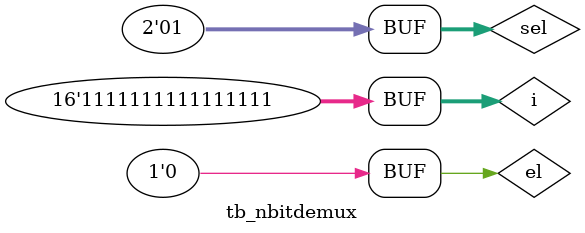
<source format=v>
module tb_nbitdemux;
reg [15:0]i;
reg el;
reg [1:0]sel;
wire [15:0]y1,y2,y3,y4;
nbitdemux dut(i,sel,el,y1,y2,y3,y4);

initial 
begin
$monitor($time,"input data = %h, sel=%d output %b %b %b %b ",i,sel,y1,y2,y3,y4);
el=1'b0;
i=16'hffff;
//#5 sel=2'b00;
#5 sel=2'b01;
//#5 sel=2'b10;
//#5 sel=2'b11;
 end
endmodule

</source>
